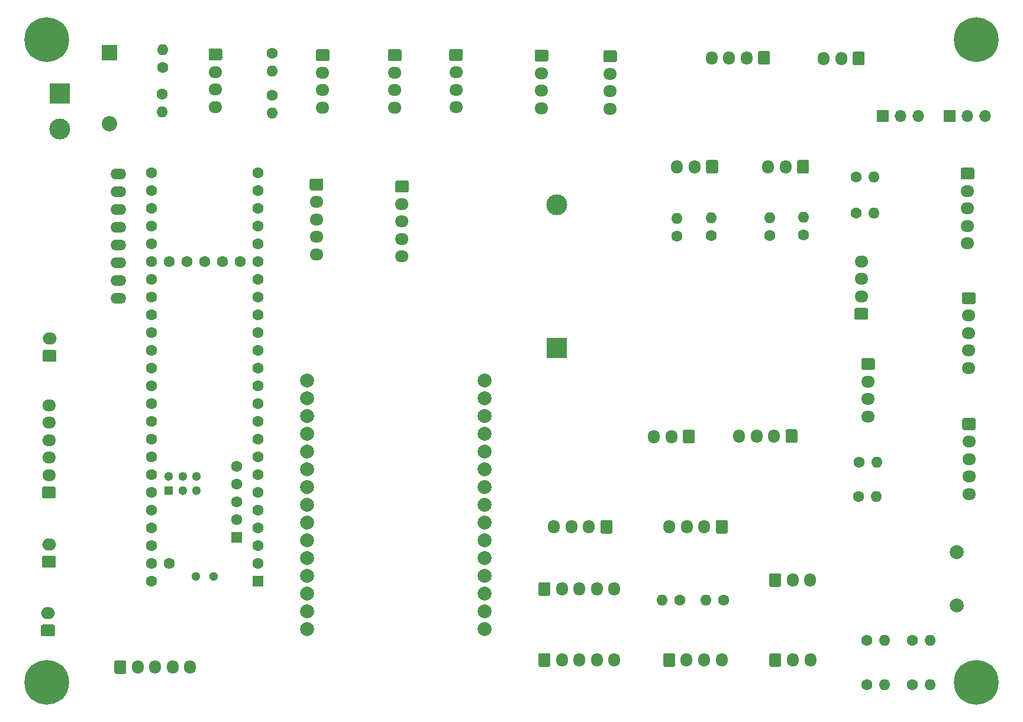
<source format=gts>
%TF.GenerationSoftware,KiCad,Pcbnew,(5.1.12-5-g2758acfd42)-1*%
%TF.CreationDate,2022-03-05T16:45:09+01:00*%
%TF.ProjectId,Teensy_MainPCB,5465656e-7379-45f4-9d61-696e5043422e,rev?*%
%TF.SameCoordinates,Original*%
%TF.FileFunction,Soldermask,Top*%
%TF.FilePolarity,Negative*%
%FSLAX46Y46*%
G04 Gerber Fmt 4.6, Leading zero omitted, Abs format (unit mm)*
G04 Created by KiCad (PCBNEW (5.1.12-5-g2758acfd42)-1) date 2022-03-05 16:45:09*
%MOMM*%
%LPD*%
G01*
G04 APERTURE LIST*
%ADD10R,3.000000X3.000000*%
%ADD11C,3.000000*%
%ADD12O,2.000000X1.700000*%
%ADD13O,1.600000X1.600000*%
%ADD14C,1.600000*%
%ADD15O,1.700000X1.950000*%
%ADD16C,2.000000*%
%ADD17O,1.950000X1.700000*%
%ADD18O,2.268000X1.524000*%
%ADD19C,6.400000*%
%ADD20C,3.600000*%
%ADD21O,1.700000X1.700000*%
%ADD22R,1.700000X1.700000*%
%ADD23R,1.600000X1.600000*%
%ADD24R,1.300000X1.300000*%
%ADD25C,1.300000*%
%ADD26O,2.200000X2.200000*%
%ADD27R,2.200000X2.200000*%
G04 APERTURE END LIST*
D10*
X115956000Y-82128400D03*
D11*
X115956000Y-61638400D03*
D12*
X43307000Y-110253000D03*
G36*
G01*
X44057000Y-113603000D02*
X42557000Y-113603000D01*
G75*
G02*
X42307000Y-113353000I0J250000D01*
G01*
X42307000Y-112153000D01*
G75*
G02*
X42557000Y-111903000I250000J0D01*
G01*
X44057000Y-111903000D01*
G75*
G02*
X44307000Y-112153000I0J-250000D01*
G01*
X44307000Y-113353000D01*
G75*
G02*
X44057000Y-113603000I-250000J0D01*
G01*
G37*
D13*
X169398000Y-130300000D03*
D14*
X166858000Y-130300000D03*
D13*
X162880000Y-130300000D03*
D14*
X160340000Y-130300000D03*
D13*
X169398000Y-124008000D03*
D14*
X166858000Y-124008000D03*
D13*
X162880000Y-124008000D03*
D14*
X160340000Y-124008000D03*
D15*
X132106000Y-107744000D03*
X134606000Y-107744000D03*
X137106000Y-107744000D03*
G36*
G01*
X140456000Y-107019000D02*
X140456000Y-108469000D01*
G75*
G02*
X140206000Y-108719000I-250000J0D01*
G01*
X139006000Y-108719000D01*
G75*
G02*
X138756000Y-108469000I0J250000D01*
G01*
X138756000Y-107019000D01*
G75*
G02*
X139006000Y-106769000I250000J0D01*
G01*
X140206000Y-106769000D01*
G75*
G02*
X140456000Y-107019000I0J-250000D01*
G01*
G37*
X152266000Y-126794000D03*
X149766000Y-126794000D03*
G36*
G01*
X146416000Y-127519000D02*
X146416000Y-126069000D01*
G75*
G02*
X146666000Y-125819000I250000J0D01*
G01*
X147866000Y-125819000D01*
G75*
G02*
X148116000Y-126069000I0J-250000D01*
G01*
X148116000Y-127519000D01*
G75*
G02*
X147866000Y-127769000I-250000J0D01*
G01*
X146666000Y-127769000D01*
G75*
G02*
X146416000Y-127519000I0J250000D01*
G01*
G37*
X115596000Y-107744000D03*
X118096000Y-107744000D03*
X120596000Y-107744000D03*
G36*
G01*
X123946000Y-107019000D02*
X123946000Y-108469000D01*
G75*
G02*
X123696000Y-108719000I-250000J0D01*
G01*
X122496000Y-108719000D01*
G75*
G02*
X122246000Y-108469000I0J250000D01*
G01*
X122246000Y-107019000D01*
G75*
G02*
X122496000Y-106769000I250000J0D01*
G01*
X123696000Y-106769000D01*
G75*
G02*
X123946000Y-107019000I0J-250000D01*
G01*
G37*
X152226000Y-115364000D03*
X149726000Y-115364000D03*
G36*
G01*
X146376000Y-116089000D02*
X146376000Y-114639000D01*
G75*
G02*
X146626000Y-114389000I250000J0D01*
G01*
X147826000Y-114389000D01*
G75*
G02*
X148076000Y-114639000I0J-250000D01*
G01*
X148076000Y-116089000D01*
G75*
G02*
X147826000Y-116339000I-250000J0D01*
G01*
X146626000Y-116339000D01*
G75*
G02*
X146376000Y-116089000I0J250000D01*
G01*
G37*
D16*
X80220800Y-122405000D03*
X105620800Y-122405000D03*
X80220800Y-119865000D03*
X105620800Y-119865000D03*
X80220800Y-117325000D03*
X105620800Y-117325000D03*
X80220800Y-114785000D03*
X105620800Y-114785000D03*
X80220800Y-112245000D03*
X105620800Y-112245000D03*
X80220800Y-109705000D03*
X105620800Y-109705000D03*
X80220800Y-107165000D03*
X105620800Y-107165000D03*
X80220800Y-104625000D03*
X105620800Y-104625000D03*
X80220800Y-102085000D03*
X105620800Y-102085000D03*
X80220800Y-99545000D03*
X105620800Y-99545000D03*
X80220800Y-97005000D03*
X105620800Y-97005000D03*
X80220800Y-94465000D03*
X105620800Y-94465000D03*
X80220800Y-91925000D03*
X105620800Y-91925000D03*
X80220800Y-89385000D03*
X105620800Y-89385000D03*
X80220800Y-86845000D03*
X105620800Y-86845000D03*
D13*
X137312000Y-118214000D03*
D14*
X139852000Y-118214000D03*
D13*
X131089000Y-118214000D03*
D14*
X133629000Y-118214000D03*
D15*
X139566000Y-126794000D03*
X137066000Y-126794000D03*
X134566000Y-126794000D03*
G36*
G01*
X131216000Y-127519000D02*
X131216000Y-126069000D01*
G75*
G02*
X131466000Y-125819000I250000J0D01*
G01*
X132666000Y-125819000D01*
G75*
G02*
X132916000Y-126069000I0J-250000D01*
G01*
X132916000Y-127519000D01*
G75*
G02*
X132666000Y-127769000I-250000J0D01*
G01*
X131466000Y-127769000D01*
G75*
G02*
X131216000Y-127519000I0J250000D01*
G01*
G37*
X124206000Y-116634000D03*
X121706000Y-116634000D03*
X119206000Y-116634000D03*
X116706000Y-116634000D03*
G36*
G01*
X113356000Y-117359000D02*
X113356000Y-115909000D01*
G75*
G02*
X113606000Y-115659000I250000J0D01*
G01*
X114806000Y-115659000D01*
G75*
G02*
X115056000Y-115909000I0J-250000D01*
G01*
X115056000Y-117359000D01*
G75*
G02*
X114806000Y-117609000I-250000J0D01*
G01*
X113606000Y-117609000D01*
G75*
G02*
X113356000Y-117359000I0J250000D01*
G01*
G37*
X124206000Y-126794000D03*
X121706000Y-126794000D03*
X119206000Y-126794000D03*
X116706000Y-126794000D03*
G36*
G01*
X113356000Y-127519000D02*
X113356000Y-126069000D01*
G75*
G02*
X113606000Y-125819000I250000J0D01*
G01*
X114806000Y-125819000D01*
G75*
G02*
X115056000Y-126069000I0J-250000D01*
G01*
X115056000Y-127519000D01*
G75*
G02*
X114806000Y-127769000I-250000J0D01*
G01*
X113606000Y-127769000D01*
G75*
G02*
X113356000Y-127519000I0J250000D01*
G01*
G37*
X142078000Y-94762300D03*
X144578000Y-94762300D03*
X147078000Y-94762300D03*
G36*
G01*
X150428000Y-94037300D02*
X150428000Y-95487300D01*
G75*
G02*
X150178000Y-95737300I-250000J0D01*
G01*
X148978000Y-95737300D01*
G75*
G02*
X148728000Y-95487300I0J250000D01*
G01*
X148728000Y-94037300D01*
G75*
G02*
X148978000Y-93787300I250000J0D01*
G01*
X150178000Y-93787300D01*
G75*
G02*
X150428000Y-94037300I0J-250000D01*
G01*
G37*
X129887000Y-94825800D03*
X132387000Y-94825800D03*
G36*
G01*
X135737000Y-94100800D02*
X135737000Y-95550800D01*
G75*
G02*
X135487000Y-95800800I-250000J0D01*
G01*
X134287000Y-95800800D01*
G75*
G02*
X134037000Y-95550800I0J250000D01*
G01*
X134037000Y-94100800D01*
G75*
G02*
X134287000Y-93850800I250000J0D01*
G01*
X135487000Y-93850800D01*
G75*
G02*
X135737000Y-94100800I0J-250000D01*
G01*
G37*
D17*
X93837700Y-69047900D03*
X93837700Y-66547900D03*
X93837700Y-64047900D03*
X93837700Y-61547900D03*
G36*
G01*
X93112700Y-58197900D02*
X94562700Y-58197900D01*
G75*
G02*
X94812700Y-58447900I0J-250000D01*
G01*
X94812700Y-59647900D01*
G75*
G02*
X94562700Y-59897900I-250000J0D01*
G01*
X93112700Y-59897900D01*
G75*
G02*
X92862700Y-59647900I0J250000D01*
G01*
X92862700Y-58447900D01*
G75*
G02*
X93112700Y-58197900I250000J0D01*
G01*
G37*
D15*
X63533000Y-127808000D03*
X61033000Y-127808000D03*
X58533000Y-127808000D03*
X56033000Y-127808000D03*
G36*
G01*
X52683000Y-128533000D02*
X52683000Y-127083000D01*
G75*
G02*
X52933000Y-126833000I250000J0D01*
G01*
X54133000Y-126833000D01*
G75*
G02*
X54383000Y-127083000I0J-250000D01*
G01*
X54383000Y-128533000D01*
G75*
G02*
X54133000Y-128783000I-250000J0D01*
G01*
X52933000Y-128783000D01*
G75*
G02*
X52683000Y-128533000I0J250000D01*
G01*
G37*
D12*
X43398400Y-80776700D03*
G36*
G01*
X44148400Y-84126700D02*
X42648400Y-84126700D01*
G75*
G02*
X42398400Y-83876700I0J250000D01*
G01*
X42398400Y-82676700D01*
G75*
G02*
X42648400Y-82426700I250000J0D01*
G01*
X44148400Y-82426700D01*
G75*
G02*
X44398400Y-82676700I0J-250000D01*
G01*
X44398400Y-83876700D01*
G75*
G02*
X44148400Y-84126700I-250000J0D01*
G01*
G37*
D17*
X43301900Y-90322000D03*
X43301900Y-92822000D03*
X43301900Y-95322000D03*
X43301900Y-97822000D03*
X43301900Y-100322000D03*
G36*
G01*
X44026900Y-103672000D02*
X42576900Y-103672000D01*
G75*
G02*
X42326900Y-103422000I0J250000D01*
G01*
X42326900Y-102222000D01*
G75*
G02*
X42576900Y-101972000I250000J0D01*
G01*
X44026900Y-101972000D01*
G75*
G02*
X44276900Y-102222000I0J-250000D01*
G01*
X44276900Y-103422000D01*
G75*
G02*
X44026900Y-103672000I-250000J0D01*
G01*
G37*
X67142400Y-47658000D03*
X67142400Y-45158000D03*
X67142400Y-42658000D03*
G36*
G01*
X66417400Y-39308000D02*
X67867400Y-39308000D01*
G75*
G02*
X68117400Y-39558000I0J-250000D01*
G01*
X68117400Y-40758000D01*
G75*
G02*
X67867400Y-41008000I-250000J0D01*
G01*
X66417400Y-41008000D01*
G75*
G02*
X66167400Y-40758000I0J250000D01*
G01*
X66167400Y-39558000D01*
G75*
G02*
X66417400Y-39308000I250000J0D01*
G01*
G37*
D18*
X53235900Y-75062100D03*
X53235900Y-72522100D03*
X53235900Y-69982100D03*
X53235900Y-67442100D03*
X53235900Y-64902100D03*
X53235900Y-62362100D03*
X53235900Y-59822100D03*
X53235900Y-57282100D03*
D13*
X59616400Y-39443600D03*
D14*
X59616400Y-41983600D03*
D13*
X59524900Y-48387000D03*
D14*
X59524900Y-45847000D03*
D19*
X43000000Y-130000000D03*
D20*
X43000000Y-130000000D03*
D19*
X176000000Y-130000000D03*
D20*
X176000000Y-130000000D03*
D19*
X176000000Y-38000000D03*
D20*
X176000000Y-38000000D03*
D19*
X43000000Y-38000000D03*
D20*
X43000000Y-38000000D03*
D13*
X161382000Y-62821800D03*
D14*
X158842000Y-62821800D03*
D13*
X161783000Y-98508800D03*
D14*
X159243000Y-98508800D03*
D13*
X161382000Y-57706200D03*
D14*
X158842000Y-57706200D03*
D13*
X161702000Y-103441000D03*
D14*
X159162000Y-103441000D03*
D21*
X177262000Y-48983800D03*
X174722000Y-48983800D03*
D22*
X172182000Y-48983800D03*
D21*
X167698000Y-48983800D03*
X165158000Y-48983800D03*
D22*
X162618000Y-48983800D03*
D17*
X174746000Y-67198300D03*
X174746000Y-64698300D03*
X174746000Y-62198300D03*
X174746000Y-59698300D03*
G36*
G01*
X174021000Y-56348300D02*
X175471000Y-56348300D01*
G75*
G02*
X175721000Y-56598300I0J-250000D01*
G01*
X175721000Y-57798300D01*
G75*
G02*
X175471000Y-58048300I-250000J0D01*
G01*
X174021000Y-58048300D01*
G75*
G02*
X173771000Y-57798300I0J250000D01*
G01*
X173771000Y-56598300D01*
G75*
G02*
X174021000Y-56348300I250000J0D01*
G01*
G37*
X174948000Y-85031600D03*
X174948000Y-82531600D03*
X174948000Y-80031600D03*
X174948000Y-77531600D03*
G36*
G01*
X174223000Y-74181600D02*
X175673000Y-74181600D01*
G75*
G02*
X175923000Y-74431600I0J-250000D01*
G01*
X175923000Y-75631600D01*
G75*
G02*
X175673000Y-75881600I-250000J0D01*
G01*
X174223000Y-75881600D01*
G75*
G02*
X173973000Y-75631600I0J250000D01*
G01*
X173973000Y-74431600D01*
G75*
G02*
X174223000Y-74181600I250000J0D01*
G01*
G37*
X174976000Y-103030000D03*
X174976000Y-100530000D03*
X174976000Y-98030000D03*
X174976000Y-95530000D03*
G36*
G01*
X174251000Y-92180000D02*
X175701000Y-92180000D01*
G75*
G02*
X175951000Y-92430000I0J-250000D01*
G01*
X175951000Y-93630000D01*
G75*
G02*
X175701000Y-93880000I-250000J0D01*
G01*
X174251000Y-93880000D01*
G75*
G02*
X174001000Y-93630000I0J250000D01*
G01*
X174001000Y-92430000D01*
G75*
G02*
X174251000Y-92180000I250000J0D01*
G01*
G37*
X159550000Y-69774000D03*
X159550000Y-72274000D03*
X159550000Y-74774000D03*
G36*
G01*
X160275000Y-78124000D02*
X158825000Y-78124000D01*
G75*
G02*
X158575000Y-77874000I0J250000D01*
G01*
X158575000Y-76674000D01*
G75*
G02*
X158825000Y-76424000I250000J0D01*
G01*
X160275000Y-76424000D01*
G75*
G02*
X160525000Y-76674000I0J-250000D01*
G01*
X160525000Y-77874000D01*
G75*
G02*
X160275000Y-78124000I-250000J0D01*
G01*
G37*
X160536000Y-91942000D03*
X160536000Y-89442000D03*
X160536000Y-86942000D03*
G36*
G01*
X159811000Y-83592000D02*
X161261000Y-83592000D01*
G75*
G02*
X161511000Y-83842000I0J-250000D01*
G01*
X161511000Y-85042000D01*
G75*
G02*
X161261000Y-85292000I-250000J0D01*
G01*
X159811000Y-85292000D01*
G75*
G02*
X159561000Y-85042000I0J250000D01*
G01*
X159561000Y-83842000D01*
G75*
G02*
X159811000Y-83592000I250000J0D01*
G01*
G37*
D14*
X60546000Y-112984300D03*
X70195200Y-99065100D03*
X70195200Y-101605100D03*
X70195200Y-104145100D03*
X70195200Y-106685100D03*
D23*
X70195200Y-109225100D03*
D14*
X58006000Y-115524300D03*
X58006000Y-112984300D03*
X58006000Y-110444300D03*
X58006000Y-107904300D03*
X58006000Y-105364300D03*
X58006000Y-102824300D03*
X58006000Y-100284300D03*
X58006000Y-97744300D03*
X58006000Y-95204300D03*
X58006000Y-92664300D03*
X58006000Y-90124300D03*
X58006000Y-87584300D03*
X58006000Y-85044300D03*
X58006000Y-82504300D03*
D23*
X73246000Y-115524300D03*
D14*
X73246000Y-112984300D03*
X73246000Y-110444300D03*
X73246000Y-107904300D03*
X73246000Y-105364300D03*
X73246000Y-102824300D03*
X73246000Y-100284300D03*
X73246000Y-97744300D03*
X73246000Y-95204300D03*
X73246000Y-92664300D03*
X73246000Y-90124300D03*
X73246000Y-87584300D03*
X73246000Y-85044300D03*
X58006000Y-79964300D03*
X58006000Y-77424300D03*
X58006000Y-74884300D03*
X58006000Y-72344300D03*
X58006000Y-69804300D03*
X58006000Y-67264300D03*
X58006000Y-64724300D03*
X58006000Y-62184300D03*
X58006000Y-59644300D03*
X58006000Y-57104300D03*
X73246000Y-57104300D03*
X73246000Y-59644300D03*
X73246000Y-62184300D03*
X73246000Y-64724300D03*
X73246000Y-82504300D03*
X73246000Y-79964300D03*
X73246000Y-77424300D03*
X73246000Y-67264300D03*
X73246000Y-69804300D03*
X73246000Y-72344300D03*
X73246000Y-74884300D03*
D24*
X60444400Y-102554300D03*
D25*
X60444400Y-100554300D03*
X62444400Y-102554300D03*
X62444400Y-100554300D03*
X64444400Y-100554300D03*
X64444400Y-102554300D03*
D14*
X70706000Y-69804300D03*
X68166000Y-69804300D03*
X65626000Y-69804300D03*
X63086000Y-69804300D03*
X60546000Y-69804300D03*
D25*
X66896000Y-114794300D03*
X64356000Y-114794300D03*
D17*
X81597400Y-68750100D03*
X81597400Y-66250100D03*
X81597400Y-63750100D03*
X81597400Y-61250100D03*
G36*
G01*
X80872400Y-57900100D02*
X82322400Y-57900100D01*
G75*
G02*
X82572400Y-58150100I0J-250000D01*
G01*
X82572400Y-59350100D01*
G75*
G02*
X82322400Y-59600100I-250000J0D01*
G01*
X80872400Y-59600100D01*
G75*
G02*
X80622400Y-59350100I0J250000D01*
G01*
X80622400Y-58150100D01*
G75*
G02*
X80872400Y-57900100I250000J0D01*
G01*
G37*
X92809100Y-47764100D03*
X92809100Y-45264100D03*
X92809100Y-42764100D03*
G36*
G01*
X92084100Y-39414100D02*
X93534100Y-39414100D01*
G75*
G02*
X93784100Y-39664100I0J-250000D01*
G01*
X93784100Y-40864100D01*
G75*
G02*
X93534100Y-41114100I-250000J0D01*
G01*
X92084100Y-41114100D01*
G75*
G02*
X91834100Y-40864100I0J250000D01*
G01*
X91834100Y-39664100D01*
G75*
G02*
X92084100Y-39414100I250000J0D01*
G01*
G37*
D15*
X146234000Y-56228100D03*
X148734000Y-56228100D03*
G36*
G01*
X152084000Y-55503100D02*
X152084000Y-56953100D01*
G75*
G02*
X151834000Y-57203100I-250000J0D01*
G01*
X150634000Y-57203100D01*
G75*
G02*
X150384000Y-56953100I0J250000D01*
G01*
X150384000Y-55503100D01*
G75*
G02*
X150634000Y-55253100I250000J0D01*
G01*
X151834000Y-55253100D01*
G75*
G02*
X152084000Y-55503100I0J-250000D01*
G01*
G37*
D12*
X43164800Y-120073000D03*
G36*
G01*
X43914800Y-123423000D02*
X42414800Y-123423000D01*
G75*
G02*
X42164800Y-123173000I0J250000D01*
G01*
X42164800Y-121973000D01*
G75*
G02*
X42414800Y-121723000I250000J0D01*
G01*
X43914800Y-121723000D01*
G75*
G02*
X44164800Y-121973000I0J-250000D01*
G01*
X44164800Y-123173000D01*
G75*
G02*
X43914800Y-123423000I-250000J0D01*
G01*
G37*
D15*
X133211000Y-56228100D03*
X135711000Y-56228100D03*
G36*
G01*
X139061000Y-55503100D02*
X139061000Y-56953100D01*
G75*
G02*
X138811000Y-57203100I-250000J0D01*
G01*
X137611000Y-57203100D01*
G75*
G02*
X137361000Y-56953100I0J250000D01*
G01*
X137361000Y-55503100D01*
G75*
G02*
X137611000Y-55253100I250000J0D01*
G01*
X138811000Y-55253100D01*
G75*
G02*
X139061000Y-55503100I0J-250000D01*
G01*
G37*
D17*
X123618000Y-47917000D03*
X123618000Y-45417000D03*
X123618000Y-42917000D03*
G36*
G01*
X122893000Y-39567000D02*
X124343000Y-39567000D01*
G75*
G02*
X124593000Y-39817000I0J-250000D01*
G01*
X124593000Y-41017000D01*
G75*
G02*
X124343000Y-41267000I-250000J0D01*
G01*
X122893000Y-41267000D01*
G75*
G02*
X122643000Y-41017000I0J250000D01*
G01*
X122643000Y-39817000D01*
G75*
G02*
X122893000Y-39567000I250000J0D01*
G01*
G37*
X113808000Y-47827000D03*
X113808000Y-45327000D03*
X113808000Y-42827000D03*
G36*
G01*
X113083000Y-39477000D02*
X114533000Y-39477000D01*
G75*
G02*
X114783000Y-39727000I0J-250000D01*
G01*
X114783000Y-40927000D01*
G75*
G02*
X114533000Y-41177000I-250000J0D01*
G01*
X113083000Y-41177000D01*
G75*
G02*
X112833000Y-40927000I0J250000D01*
G01*
X112833000Y-39727000D01*
G75*
G02*
X113083000Y-39477000I250000J0D01*
G01*
G37*
D15*
X154179000Y-40718700D03*
X156679000Y-40718700D03*
G36*
G01*
X160029000Y-39993700D02*
X160029000Y-41443700D01*
G75*
G02*
X159779000Y-41693700I-250000J0D01*
G01*
X158579000Y-41693700D01*
G75*
G02*
X158329000Y-41443700I0J250000D01*
G01*
X158329000Y-39993700D01*
G75*
G02*
X158579000Y-39743700I250000J0D01*
G01*
X159779000Y-39743700D01*
G75*
G02*
X160029000Y-39993700I0J-250000D01*
G01*
G37*
X138146000Y-40627300D03*
X140646000Y-40627300D03*
X143146000Y-40627300D03*
G36*
G01*
X146496000Y-39902300D02*
X146496000Y-41352300D01*
G75*
G02*
X146246000Y-41602300I-250000J0D01*
G01*
X145046000Y-41602300D01*
G75*
G02*
X144796000Y-41352300I0J250000D01*
G01*
X144796000Y-39902300D01*
G75*
G02*
X145046000Y-39652300I250000J0D01*
G01*
X146246000Y-39652300D01*
G75*
G02*
X146496000Y-39902300I0J-250000D01*
G01*
G37*
D17*
X82491600Y-47753900D03*
X82491600Y-45253900D03*
X82491600Y-42753900D03*
G36*
G01*
X81766600Y-39403900D02*
X83216600Y-39403900D01*
G75*
G02*
X83466600Y-39653900I0J-250000D01*
G01*
X83466600Y-40853900D01*
G75*
G02*
X83216600Y-41103900I-250000J0D01*
G01*
X81766600Y-41103900D01*
G75*
G02*
X81516600Y-40853900I0J250000D01*
G01*
X81516600Y-39653900D01*
G75*
G02*
X81766600Y-39403900I250000J0D01*
G01*
G37*
X101559000Y-47718300D03*
X101559000Y-45218300D03*
X101559000Y-42718300D03*
G36*
G01*
X100834000Y-39368300D02*
X102284000Y-39368300D01*
G75*
G02*
X102534000Y-39618300I0J-250000D01*
G01*
X102534000Y-40818300D01*
G75*
G02*
X102284000Y-41068300I-250000J0D01*
G01*
X100834000Y-41068300D01*
G75*
G02*
X100584000Y-40818300I0J250000D01*
G01*
X100584000Y-39618300D01*
G75*
G02*
X100834000Y-39368300I250000J0D01*
G01*
G37*
D13*
X75293300Y-42529700D03*
D14*
X75293300Y-39989700D03*
D13*
X75293300Y-48514000D03*
D14*
X75293300Y-45974000D03*
D11*
X44890000Y-50800000D03*
D10*
X44890000Y-45720000D03*
D26*
X51978600Y-50038000D03*
D27*
X51978600Y-39878000D03*
D13*
X151292000Y-63448700D03*
D14*
X151292000Y-65988700D03*
D13*
X146502000Y-63538700D03*
D14*
X146502000Y-66078700D03*
D13*
X138076000Y-63535100D03*
D14*
X138076000Y-66075100D03*
D13*
X133182000Y-63571100D03*
D14*
X133182000Y-66111100D03*
D16*
X173251000Y-111397160D03*
X173251000Y-118996840D03*
M02*

</source>
